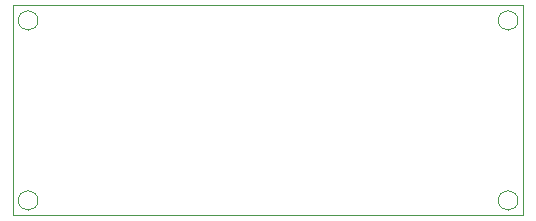
<source format=gbr>
%TF.GenerationSoftware,KiCad,Pcbnew,9.0.1*%
%TF.CreationDate,2025-04-20T22:50:28-04:00*%
%TF.ProjectId,NanoV3.3_Min,4e616e6f-5633-42e3-935f-4d696e2e6b69,rev?*%
%TF.SameCoordinates,Original*%
%TF.FileFunction,Profile,NP*%
%FSLAX46Y46*%
G04 Gerber Fmt 4.6, Leading zero omitted, Abs format (unit mm)*
G04 Created by KiCad (PCBNEW 9.0.1) date 2025-04-20 22:50:28*
%MOMM*%
%LPD*%
G01*
G04 APERTURE LIST*
%TA.AperFunction,Profile*%
%ADD10C,0.050000*%
%TD*%
G04 APERTURE END LIST*
D10*
X168465500Y-109220000D02*
G75*
G02*
X166814500Y-109220000I-825500J0D01*
G01*
X166814500Y-109220000D02*
G75*
G02*
X168465500Y-109220000I825500J0D01*
G01*
X125730000Y-92710000D02*
X125730000Y-110490000D01*
X127825500Y-109220000D02*
G75*
G02*
X126174500Y-109220000I-825500J0D01*
G01*
X126174500Y-109220000D02*
G75*
G02*
X127825500Y-109220000I825500J0D01*
G01*
X168910000Y-110490000D02*
X168910000Y-92710000D01*
X127825500Y-93980000D02*
G75*
G02*
X126174500Y-93980000I-825500J0D01*
G01*
X126174500Y-93980000D02*
G75*
G02*
X127825500Y-93980000I825500J0D01*
G01*
X168465500Y-93980000D02*
G75*
G02*
X166814500Y-93980000I-825500J0D01*
G01*
X166814500Y-93980000D02*
G75*
G02*
X168465500Y-93980000I825500J0D01*
G01*
X168910000Y-92710000D02*
X125730000Y-92710000D01*
X125730000Y-110490000D02*
X168910000Y-110490000D01*
M02*

</source>
